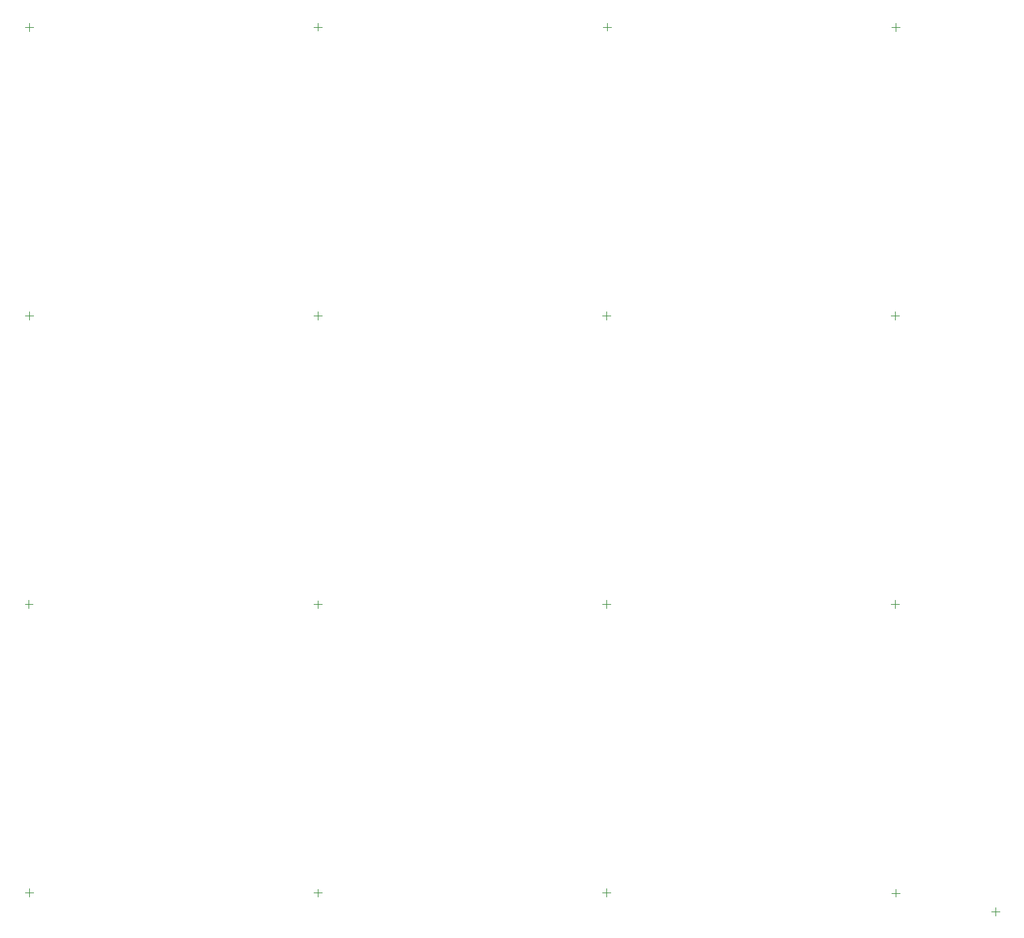
<source format=gbr>
G04*
G04 #@! TF.GenerationSoftware,Altium Limited,Altium Designer,25.0.2 (28)*
G04*
G04 Layer_Color=8388736*
%FSLAX25Y25*%
%MOIN*%
G70*
G04*
G04 #@! TF.SameCoordinates,7C83500D-BFB9-469C-A41D-0C693C3E1856*
G04*
G04*
G04 #@! TF.FilePolarity,Positive*
G04*
G01*
G75*
%ADD12C,0.00394*%
%ADD103C,0.00197*%
D12*
X576276Y130054D02*
Y133991D01*
X574307Y132022D02*
X578244D01*
X434491Y130114D02*
Y134051D01*
X432522Y132082D02*
X436459D01*
X292763Y130082D02*
Y134019D01*
X290794Y132050D02*
X294731D01*
X151004Y130201D02*
Y134138D01*
X149035Y132170D02*
X152972D01*
X576126Y271852D02*
Y275789D01*
X574158Y273821D02*
X578095D01*
X434470Y271876D02*
Y275813D01*
X432501Y273845D02*
X436438D01*
X292614Y271760D02*
Y275697D01*
X290646Y273728D02*
X294583D01*
X150878Y271930D02*
Y275867D01*
X148910Y273898D02*
X152847D01*
X576148Y413587D02*
Y417524D01*
X574180Y415555D02*
X578117D01*
X434367Y413568D02*
Y417505D01*
X432398Y415537D02*
X436335D01*
X292651Y413445D02*
Y417382D01*
X290683Y415414D02*
X294620D01*
X151008Y413662D02*
Y417599D01*
X149039Y415630D02*
X152976D01*
X576272Y555315D02*
Y559252D01*
X574303Y557284D02*
X578240D01*
X434636Y555392D02*
Y559329D01*
X432668Y557360D02*
X436605D01*
X292829Y555384D02*
Y559321D01*
X290861Y557353D02*
X294798D01*
X150984Y555315D02*
Y559252D01*
X149016Y557283D02*
X152953D01*
D103*
X625479Y120949D02*
Y124886D01*
X623511Y122918D02*
X627448D01*
M02*

</source>
